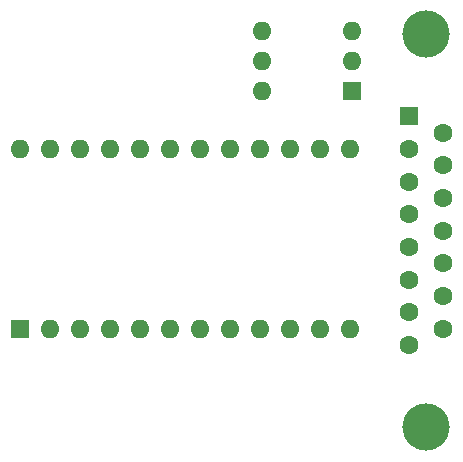
<source format=gbr>
%TF.GenerationSoftware,KiCad,Pcbnew,5.1.8*%
%TF.CreationDate,2021-01-07T17:22:46+01:00*%
%TF.ProjectId,gameport-adapter,67616d65-706f-4727-942d-616461707465,0.1*%
%TF.SameCoordinates,Original*%
%TF.FileFunction,Soldermask,Top*%
%TF.FilePolarity,Negative*%
%FSLAX46Y46*%
G04 Gerber Fmt 4.6, Leading zero omitted, Abs format (unit mm)*
G04 Created by KiCad (PCBNEW 5.1.8) date 2021-01-07 17:22:46*
%MOMM*%
%LPD*%
G01*
G04 APERTURE LIST*
%ADD10O,1.600000X1.600000*%
%ADD11R,1.600000X1.600000*%
%ADD12C,4.000000*%
%ADD13C,1.600000*%
G04 APERTURE END LIST*
D10*
%TO.C,SW1*%
X99187000Y-76327000D03*
X106807000Y-71247000D03*
X99187000Y-73787000D03*
X106807000Y-73787000D03*
X99187000Y-71247000D03*
D11*
X106807000Y-76327000D03*
%TD*%
D10*
%TO.C,U1*%
X78740000Y-81280000D03*
X106680000Y-96520000D03*
X81280000Y-81280000D03*
X104140000Y-96520000D03*
X83820000Y-81280000D03*
X101600000Y-96520000D03*
X86360000Y-81280000D03*
X99060000Y-96520000D03*
X88900000Y-81280000D03*
X96520000Y-96520000D03*
X91440000Y-81280000D03*
X93980000Y-96520000D03*
X93980000Y-81280000D03*
X91440000Y-96520000D03*
X96520000Y-81280000D03*
X88900000Y-96520000D03*
X99060000Y-81280000D03*
X86360000Y-96520000D03*
X101600000Y-81280000D03*
X83820000Y-96520000D03*
X104140000Y-81280000D03*
X81280000Y-96520000D03*
X106680000Y-81280000D03*
D11*
X78740000Y-96520000D03*
%TD*%
D12*
%TO.C,CONN1*%
X113053000Y-71531000D03*
X113053000Y-104831000D03*
D13*
X114473000Y-96491000D03*
X114473000Y-93721000D03*
X114473000Y-90951000D03*
X114473000Y-88181000D03*
X114473000Y-85411000D03*
X114473000Y-82641000D03*
X114473000Y-79871000D03*
X111633000Y-97876000D03*
X111633000Y-95106000D03*
X111633000Y-92336000D03*
X111633000Y-89566000D03*
X111633000Y-86796000D03*
X111633000Y-84026000D03*
X111633000Y-81256000D03*
D11*
X111633000Y-78486000D03*
%TD*%
M02*

</source>
